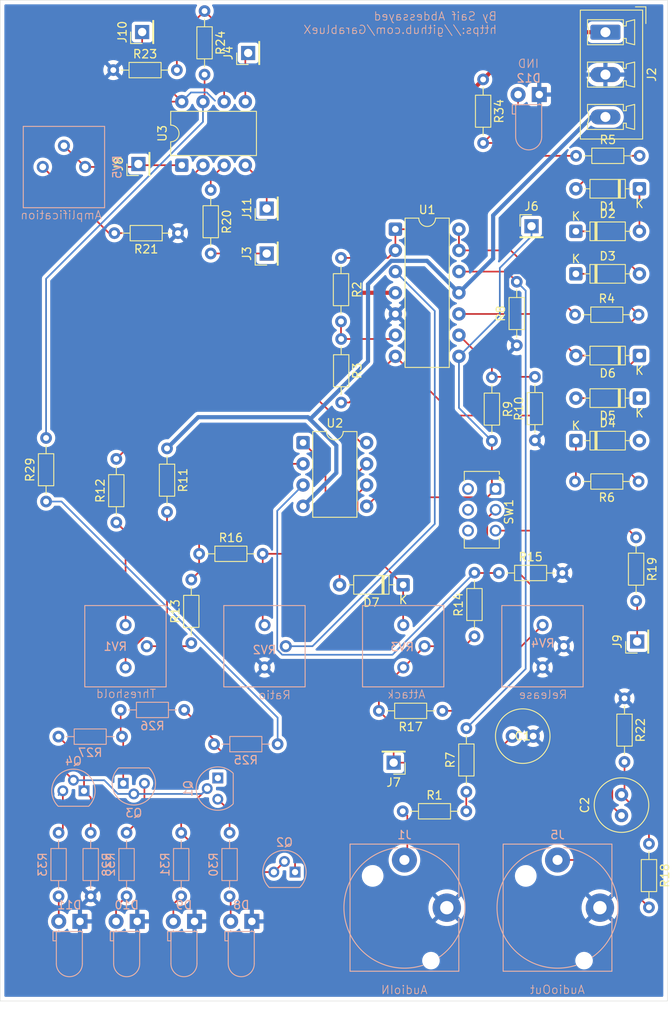
<source format=kicad_pcb>
(kicad_pcb (version 20241229) (generator "pcbnew") (generator_version "9.0")
  (layers (0 "F.Cu" signal) (2 "B.Cu" signal) (13 "F.Paste" user) (15 "B.Paste" user) (5 "F.SilkS" user "F.Silkscreen") (7 "B.SilkS" user "B.Silkscreen") (1 "F.Mask" user) (3 "B.Mask" user) (25 "Edge.Cuts" user))
  (net 0 "")
  (net 1 "GND")
  (net 2 "PDOUT")
  (net 3 "Net-(SW1A-B)")
  (net 4 "Net-(C2-Pad2)")
  (net 5 "Net-(D1-K)")
  (net 6 "Net-(D1-A)")
  (net 7 "Net-(D2-K)")
  (net 8 "Net-(D3-K)")
  (net 9 "Net-(D4-K)")
  (net 10 "Net-(D4-A)")
  (net 11 "Net-(D5-A)")
  (net 12 "Net-(D7-K)")
  (net 13 "Net-(D7-A)")
  (net 14 "Net-(D8-A)")
  (net 15 "Net-(D9-A)")
  (net 16 "Net-(D10-A)")
  (net 17 "Net-(D11-A)")
  (net 18 "+12")
  (net 19 "-12")
  (net 20 "Net-(J3-Pin_1)")
  (net 21 "Net-(J4-Pin_1)")
  (net 22 "Net-(Q1-B)")
  (net 23 "Net-(Q1-E)")
  (net 24 "Net-(Q2-B)")
  (net 25 "Net-(J10-Pin_1)")
  (net 26 "Net-(Q3-B)")
  (net 27 "Net-(Q3-E)")
  (net 28 "Net-(Q4-B)")
  (net 29 "Net-(Q4-E)")
  (net 30 "Net-(R1-Pad2)")
  (net 31 "CVO+")
  (net 32 "Net-(U1B--)")
  (net 33 "CVO-")
  (net 34 "Net-(U1D--)")
  (net 35 "Net-(U1D-+)")
  (net 36 "CVOUT")
  (net 37 "Net-(U1C--)")
  (net 38 "Net-(R11-Pad2)")
  (net 39 "Net-(R12-Pad1)")
  (net 40 "Net-(R13-Pad1)")
  (net 41 "Net-(U2A--)")
  (net 42 "Net-(U2A-+)")
  (net 43 "Net-(R16-Pad2)")
  (net 44 "Net-(R17-Pad1)")
  (net 45 "Net-(J8-Pin_1)")
  (net 46 "Net-(SW1A-C)")
  (net 47 "Net-(U3A-+)")
  (net 48 "Net-(U3A--)")
  (net 49 "Net-(U3B--)")
  (net 50 "Net-(R24-Pad2)")
  (net 51 "COMPOUT")
  (net 52 "Net-(J5-PadT)")
  (net 53 "Net-(J1-PadT)")
  (net 54 "Net-(D12-A)")
  (net 55 "Net-(J9-Pin_1)")
  (net 56 "Net-(J11-Pin_1)")
  (footprint "Resistor_THT:R_Axial_DIN0204_L3.6mm_D1.6mm_P7.62mm_Horizontal" (layer "F.Cu") (at 203.92 82.62 90)
    (property "Reference" "R12")
    (property "Value" "50K")
  )
  (footprint "Resistor_THT:R_Axial_DIN0204_L3.6mm_D1.6mm_P7.62mm_Horizontal" (layer "F.Cu") (at 264.85 103.71 -90)
    (property "Reference" "R22")
    (property "Value" "100K")
  )
  (footprint "Resistor_THT:R_Axial_DIN0204_L3.6mm_D1.6mm_P7.62mm_Horizontal" (layer "F.Cu") (at 238.26 117.25)
    (property "Reference" "R1")
    (property "Value" "1K")
  )
  (footprint "Resistor_THT:R_Axial_DIN0204_L3.6mm_D1.6mm_P7.62mm_Horizontal" (layer "F.Cu") (at 259.04 38.66)
    (property "Reference" "R5")
    (property "Value" "100")
  )
  (footprint "Diode_THT:D_DO-35_SOD27_P7.62mm_Horizontal" (layer "F.Cu") (at 266.64 62.61 180)
    (property "Reference" "D6")
    (property "Value" "1N4148")
  )
  (footprint "Diode_THT:D_DO-35_SOD27_P7.62mm_Horizontal" (layer "F.Cu") (at 266.64 67.71 180)
    (property "Reference" "D5")
    (property "Value" "1N4148")
  )
  (footprint "Package_DIP:DIP-14_W7.62mm" (layer "F.Cu") (at 237.38 47.46)
    (property "Reference" "U1")
    (property "Value" "TL074")
  )
  (footprint "Connector_PinHeader_2.54mm:PinHeader_1x01_P2.54mm_Vertical" (layer "F.Cu") (at 266.37 96.9 90)
    (property "Reference" "J9")
    (property "Value" "AMPOUT/OUT")
  )
  (footprint "Resistor_THT:R_Axial_DIN0204_L3.6mm_D1.6mm_P7.62mm_Horizontal" (layer "F.Cu") (at 258.92 57.71)
    (property "Reference" "R4")
    (property "Value" "1K")
  )
  (footprint "Resistor_THT:R_Axial_DIN0204_L3.6mm_D1.6mm_P7.62mm_Horizontal" (layer "F.Cu") (at 215.24 42.75 -90)
    (property "Reference" "R20")
    (property "Value" "100K")
  )
  (footprint "Resistor_THT:R_Axial_DIN0204_L3.6mm_D1.6mm_P7.62mm_Horizontal" (layer "F.Cu") (at 213.85 86.38)
    (property "Reference" "R16")
    (property "Value" "100K")
  )
  (footprint "Resistor_THT:R_Axial_DIN0204_L3.6mm_D1.6mm_P7.62mm_Horizontal" (layer "F.Cu") (at 267.78 121.15 -90)
    (property "Reference" "R18")
    (property "Value" "1K")
  )
  (footprint "Resistor_THT:R_Axial_DIN0204_L3.6mm_D1.6mm_P7.62mm_Horizontal" (layer "F.Cu") (at 195.5 80.11 90)
    (property "Reference" "R29")
    (property "Value" "100")
  )
  (footprint "Connector_PinHeader_2.54mm:PinHeader_1x01_P2.54mm_Vertical" (layer "F.Cu") (at 206.57 39.64 90)
    (property "Reference" "J8")
    (property "Value" "AMPOUT")
  )
  (footprint "Connector_PinHeader_2.54mm:PinHeader_1x01_P2.54mm_Vertical" (layer "F.Cu") (at 207.02 23.815 90)
    (property "Reference" "J10")
    (property "Value" "-12Vss")
  )
  (footprint "Diode_THT:D_DO-35_SOD27_P7.62mm_Horizontal" (layer "F.Cu") (at 259.02 47.71)
    (property "Reference" "D2")
    (property "Value" "1N4148")
  )
  (footprint "Capacitor_THT:C_Radial_D6.3mm_H5.0mm_P2.50mm" (layer "F.Cu") (at 264.49 117.76 90)
    (property "Reference" "C2")
    (property "Value" "10u")
  )
  (footprint "Diode_THT:D_DO-35_SOD27_P7.62mm_Horizontal" (layer "F.Cu") (at 238.31 90.1 180)
    (property "Reference" "D7")
    (property "Value" "1N4148")
  )
  (footprint "Resistor_THT:R_Axial_DIN0204_L3.6mm_D1.6mm_P7.62mm_Horizontal" (layer "F.Cu") (at 230.88 60.62 -90)
    (property "Reference" "R3")
    (property "Value" "100K")
  )
  (footprint "Resistor_THT:R_Axial_DIN0204_L3.6mm_D1.6mm_P7.62mm_Horizontal" (layer "F.Cu") (at 254.11 72.78 90)
    (property "Reference" "R10")
    (property "Value" "10K")
  )
  (footprint "Diode_THT:D_DO-35_SOD27_P7.62mm_Horizontal" (layer "F.Cu") (at 259.02 72.81)
    (property "Reference" "D4")
    (property "Value" "1N4148")
  )
  (footprint "Package_DIP:DIP-8_W7.62mm" (layer "F.Cu") (at 226.31 73.05)
    (property "Reference" "U2")
    (property "Value" "TL072")
  )
  (footprint "Capacitor_THT:C_Radial_D6.3mm_H5.0mm_P2.50mm" (layer "F.Cu") (at 251.4 108.24)
    (property "Reference" "C1")
    (property "Value" "10u")
  )
  (footprint "Connector_Phoenix_MC_HighVoltage:PhoenixContact_MCV_1,5_3-G-5.08_1x03_P5.08mm_Vertical" (layer "F.Cu") (at 262.5625 23.8375 -90)
    (property "Reference" "J2")
    (property "Value" "Conn_01x03_Pin")
  )
  (footprint "Connector_PinHeader_2.54mm:PinHeader_1x01_P2.54mm_Vertical" (layer "F.Cu") (at 221.95 50.38 90)
    (property "Reference" "J3")
    (property "Value" "CVOUT(AMPIN)")
  )
  (footprint "Resistor_THT:R_Axial_DIN0204_L3.6mm_D1.6mm_P7.62mm_Horizontal" (layer "F.Cu") (at 266.24 84.41 -90)
    (property "Reference" "R19")
    (property "Value" "100K")
  )
  (footprint "Resistor_THT:R_Axial_DIN0204_L3.6mm_D1.6mm_P7.62mm_Horizontal" (layer "F.Cu") (at 214.5 21.3 -90)
    (property "Reference" "R24")
    (property "Value" "50K")
  )
  (footprint "Resistor_THT:R_Axial_DIN0204_L3.6mm_D1.6mm_P7.62mm_Horizontal" (layer "F.Cu") (at 245.89 114.91 90)
    (property "Reference" "R7")
    (property "Value" "100K")
  )
  (footprint "Button_Switch_THT:SW_CK_JS202011CQN_DPDT_Straight" (layer "F.Cu") (at 249.39 78.6 -90)
    (property "Reference" "SW1")
    (property "Value" "SW_DPDT_x2")
  )
  (footprint "Package_DIP:DIP-8_W7.62mm" (layer "F.Cu") (at 211.77 39.785 90)
    (property "Reference" "U3")
    (property "Value" "TL072")
  )
  (footprint "Diode_THT:D_DO-35_SOD27_P7.62mm_Horizontal" (layer "F.Cu") (at 266.64 42.61 180)
    (property "Reference" "D1")
    (property "Value" "1N4148")
  )
  (footprint "Resistor_THT:R_Axial_DIN0204_L3.6mm_D1.6mm_P7.62mm_Horizontal" (layer "F.Cu") (at 210 73.74 -90)
    (property "Reference" "R11")
    (property "Value" "100K")
  )
  (footprint "Connector_PinHeader_2.54mm:PinHeader_1x01_P2.54mm_Vertical" (layer "F.Cu") (at 221.95 44.98 90)
    (property "Reference" "J11")
    (property "Value" "-12ss")
  )
  (footprint "Connector_PinHeader_2.54mm:PinHeader_1x01_P2.54mm_Vertical" (layer "F.Cu") (at 253.7 47.1)
    (property "Reference" "J6")
    (property "Value" "CVOUT")
  )
  (footprint "Resistor_THT:R_Axial_DIN0204_L3.6mm_D1.6mm_P7.62mm_Horizontal" (layer "F.Cu") (at 251.93 61.38 90)
    (property "Reference" "R8")
    (property "Value" "10K")
  )
  (footprint "Resistor_THT:R_Axial_DIN0204_L3.6mm_D1.6mm_P7.62mm_Horizontal" (layer "F.Cu") (at 248.95 65.22 -90)
    (property "Reference" "R9")
    (property "Value" "100K")
  )
  (footprint "Diode_THT:D_DO-35_SOD27_P7.62mm_Horizontal" (layer "F.Cu") (at 259.02 52.81)
    (property "Reference" "D3")
    (property "Value" "1N4148")
  )
  (footprint "Resistor_THT:R_Axial_DIN0204_L3.6mm_D1.6mm_P7.62mm_Horizontal" (layer "F.Cu") (at 212.91 97.09 90)
    (property "Reference" "R13")
    (property "Value" "100K")
  )
  (footprint "Resistor_THT:R_Axial_DIN0204_L3.6mm_D1.6mm_P7.62mm_Horizontal" (layer "F.Cu") (at 246.86 96.27 90)
    (property "Reference" "R14")
    (property "Value" "100K")
  )
  (footprint "Resistor_THT:R_Axial_DIN0204_L3.6mm_D1.6mm_P7.62mm_Horizontal" (layer "F.Cu") (at 230.86 50.9 -90)
    (property "Reference" "R2")
    (property "Value" "100K")
  )
  (footprint "Resistor_THT:R_Axial_DIN0204_L3.6mm_D1.6mm_P7.62mm_Horizontal" (layer "F.Cu") (at 247.9 29.5 -90)
    (property "Reference" "R34")
    (property "Value" "4.7K")
  )
  (footprint "Resistor_THT:R_Axial_DIN0204_L3.6mm_D1.6mm_P7.62mm_Horizontal" (layer "F.Cu") (at 243.02 105.21 180)
    (property "Reference" "R17")
    (property "Value" "5K")
  )
  (footprint "Resistor_THT:R_Axial_DIN0204_L3.6mm_D1.6mm_P7.62mm_Horizontal" (layer "F.Cu") (at 266.54 77.71 180)
    (property "Reference" "R6")
    (property "Value" "100")
  )
  (footprint "Connector_PinHeader_2.54mm:PinHeader_1x01_P2.54mm_Vertical" (layer "F.Cu") (at 237.17 111.42 180)
    (property "Reference" "J7")
    (property "Value" "PDOUT")
  )
  (footprint "Connector_PinHeader_2.54mm:PinHeader_1x01_P2.54mm_Vertical" (layer "F.Cu") (at 219.73 26.33 90)
    (property "Reference" "J4")
    (property "Value" "PDOUT(IN)")
  )
  (footprint "Resistor_THT:R_Axial_DIN0204_L3.6mm_D1.6mm_P7.62mm_Horizontal" (layer "F.Cu") (at 249.78 88.68)
    (property "Reference" "R15")
    (property "Value" "100K")
  )
  (footprint "Resistor_THT:R_Axial_DIN0204_L3.6mm_D1.6mm_P7.62mm_Horizontal" (layer "F.Cu") (at 211.31 47.93 180)
    (property "Reference" "R21")
    (property "Value" "100K")
  )
  (footprint "Resistor_THT:R_Axial_DIN0204_L3.6mm_D1.6mm_P7.62mm_Horizontal" (layer "F.Cu") (at 203.56 28.38)
    (property "Reference" "R23")
    (property "Value" "5K")
  )
  (footprint "Resistor_THT:R_Axial_DIN0204_L3.6mm_D1.6mm_P7.62mm_Horizontal" (layer "B.Cu") (at 211.7 119.83 -90)
    (property "Reference" "R31")
    (property "Value" "4.7K")
  )
  (footprint "LED_THT:LED_D3.0mm_Horizontal_O1.27mm_Z2.0mm" (layer "B.Cu") (at 199.56 130.455 180)
    (property "Reference" "D11")
    (property "Value" "LED")
  )
  (footprint "Package_TO_SOT_THT:TO-92" (layer "B.Cu") (at 204.75 113.9)
    (property "Reference" "Q3")
    (property "Value" "Q_NPN_BCE")
  )
  (footprint "Potentiometer_THT:Potentiometer_Bourns_3386P_Vertical" (layer "B.Cu") (at 238.329285 94.92)
    (property "Reference" "RV3")
    (property "Value" "100K")
  )
  (footprint "Potentiometer_THT:Potentiometer_Bourns_3386P_Vertical" (layer "B.Cu") (at 255.03 94.92)
    (property "Reference" "RV4")
    (property "Value" "100K")
  )
  (footprint "Resistor_THT:R_Axial_DIN0204_L3.6mm_D1.6mm_P7.62mm_Horizontal" (layer "B.Cu") (at 200.85 127.45 90)
    (property "Reference" "R28")
    (property "Value" "400")
  )
  (footprint "Package_TO_SOT_THT:TO-92" (layer "B.Cu") (at 225.35 124.54 180)
    (property "Reference" "Q2")
    (property "Value" "Q_NPN_BCE")
  )
  (footprint "LED_THT:LED_D3.0mm_Horizontal_O1.27mm_Z2.0mm" (layer "B.Cu") (at 206.43 130.455 180)
    (property "Reference" "D10")
    (property "Value" "LED")
  )
  (footprint "Resistor_THT:R_Axial_DIN0204_L3.6mm_D1.6mm_P7.62mm_Horizontal" (layer "B.Cu") (at 204.44 105.1)
    (property "Reference" "R26")
    (property "Value" "100")
  )
  (footprint "Connector_Audio:Jack_6.35mm_Neutrik_NJ2FD-V_Vertical" (layer "B.Cu") (at 256.82 123.09 180)
    (property "Reference" "J5")
    (property "Value" "AudioOut")
  )
  (footprint "LED_THT:LED_D3.0mm_Horizontal_O1.27mm_Z2.0mm" (layer "B.Cu") (at 220.17 130.455 180)
    (property "Reference" "D8")
    (property "Value" "LED")
  )
  (footprint "Resistor_THT:R_Axial_DIN0204_L3.6mm_D1.6mm_P7.62mm_Horizontal" (layer "B.Cu") (at 205.15 119.83 -90)
    (property "Reference" "R32")
    (property "Value" "4.7K")
  )
  (footprint "Potentiometer_THT:Potentiometer_Bourns_3386P_Vertical" (layer "B.Cu") (at 195.1 39.99 90)
    (property "Reference" "RV5")
    (property "Value" "100K")
  )
  (footprint "Resistor_THT:R_Axial_DIN0204_L3.6mm_D1.6mm_P7.62mm_Horizontal" (layer "B.Cu") (at 217.5 119.83 -90)
    (property "Reference" "R30")
    (property "Value" "4.7K")
  )
  (footprint "Package_TO_SOT_THT:TO-92" (layer "B.Cu") (at 216.09 113.26 -90)
    (property "Reference" "Q1")
    (property "Value" "Q_NPN_BCE")
  )
  (footprint "Resistor_THT:R_Axial_DIN0204_L3.6mm_D1.6mm_P7.62mm_Horizontal" (layer "B.Cu") (at 196.98 108.3)
    (property "Reference" "R27")
    (property "Value" "100")
  )
  (footprint "Resistor_THT:R_Axial_DIN0204_L3.6mm_D1.6mm_P7.62mm_Horizontal" (layer "B.Cu") (at 197 119.83 -90)
    (property "Reference" "R33")
    (property "Value" "4.7K")
  )
  (footprint "Potentiometer_THT:Potentiometer_Bourns_3386P_Vertical" (layer "B.Cu") (at 221.696667 94.92)
    (property "Reference" "RV2")
    (property "Value" "100K")
  )
  (footprint "LED_THT:LED_D3.0mm_Horizontal_O1.27mm_Z2.0mm" (layer "B.Cu") (at 213.3 130.455 180)
    (property "Reference" "D9")
    (property "Value" "LED")
  )
  (footprint "Resistor_THT:R_Axial_DIN0204_L3.6mm_D1.6mm_P7.62mm_Horizontal" (layer "B.Cu") (at 215.64 109.2)
    (property "Reference" "R25")
    (property "Value" "100")
  )
  (footprint "Potentiometer_THT:Potentiometer_Bourns_3386P_Vertical" (layer "B.Cu") (at 205.03 94.92)
    (property "Reference" "RV1")
    (property "Value" "100K")
  )
  (footprint "Connector_Audio:Jack_6.35mm_Neutrik_NJ2FD-V_Vertical" (layer "B.Cu") (at 238.464286 123.09 180)
    (property "Reference" "J1")
    (property "Value" "AudioIn")
  )
  (footprint "Package_TO_SOT_THT:TO-92" (layer "B.Cu") (at 200.05 114.8 180)
    (property "Reference" "Q4")
    (property "Value" "Q_NPN_BCE")
  )
  (footprint "LED_THT:LED_D3.0mm_Horizontal_O1.27mm_Z2.0mm" (layer "B.Cu") (at 254.63 31.315 180)
    (property "Reference" "D12")
    (property "Value" "LED")
  )
  (gr_rect (start 190 20) (end 270 140) (stroke (width 0.05)) (fill no) (layer "Edge.Cuts"))
  (gr_text "Release\n" (at 258.05 103.85 0) (layer "B.SilkS") (effects (font (size 1 1) (thickness 0.1)) (justify left bottom mirror)))
  (gr_text "AudioOut\n\n\n" (at 260.155715 142.45 0) (layer "B.SilkS") (effects (font (size 1 1) (thickness 0.1)) (justify left bottom mirror)))
  (gr_text "Ratio\n" (at 224.9 103.9 0) (layer "B.SilkS") (effects (font (size 1 1) (thickness 0.1)) (justify left bottom mirror)))
  (gr_text "Threshold\n" (at 208.75 103.75 0) (layer "B.SilkS") (effects (font (size 1 1) (thickness 0.1)) (justify left bottom mirror)))
  (gr_text "By Saif Abdessayed\nhttps://github.com/GarablueX" (at 249.61 24.12 0) (layer "B.SilkS") (effects (font (size 1 1) (thickness 0.1)) (justify left bottom mirror)))
  (gr_text "Amplification\n" (at 202.25 46.35 0) (layer "B.SilkS") (effects (font (size 1 1) (thickness 0.1)) (justify left bottom mirror)))
  (gr_text "AudioIN\n" (at 241.3 139.25 -0) (layer "B.SilkS") (effects (font (size 1 1) (thickness 0.1)) (justify left bottom mirror)))
  (gr_text "IND\n" (at 254.65 28.19 0) (layer "B.SilkS") (effects (font (size 1 1) (thickness 0.1)) (justify left bottom mirror)))
  (gr_text "Attack\n" (at 241.05 103.81 0) (layer "B.SilkS") (effects (font (size 1 1) (thickness 0.1)) (justify left bottom mirror)))
  (segment (start 250.929 60.379) (end 250.929 53.345372) (width 0.2) (layer "B.Cu") (net 1))
  (segment (start 251.515372 52.759) (end 252.344628 52.759) (width 0.2) (layer "B.Cu") (net 1))
  (segment (start 255.111 55.525372) (end 255.111 71.779) (width 0.2) (layer "B.Cu") (net 1))
  (segment (start 250.929 53.345372) (end 251.515372 52.759) (width 0.2) (layer "B.Cu") (net 1))
  (segment (start 255.111 71.779) (end 254.11 72.78) (width 0.2) (layer "B.Cu") (net 1))
  (segment (start 251.93 61.38) (end 250.929 60.379) (width 0.2) (layer "B.Cu") (net 1))
  (segment (start 252.344628 52.759) (end 255.111 55.525372) (width 0.2) (layer "B.Cu") (net 1))
  (segment (start 235.4 105.21) (end 235.4 102.963333) (width 0.2) (layer "F.Cu") (net 2))
  (segment (start 235.4 102.963333) (end 238.363333 100) (width 0.2) (layer "F.Cu") (net 2))
  (segment (start 237.17 106.98) (end 235.4 105.21) (width 0.2) (layer "F.Cu") (net 2))
  (segment (start 237.17 111.42) (end 237.17 106.98) (width 0.2) (layer "F.Cu") (net 2))
  (segment (start 245.67 97.46) (end 246.86 96.27) (width 0.2) (layer "F.Cu") (net 2))
  (segment (start 238.363333 100) (end 240.903333 97.46) (width 0.2) (layer "F.Cu") (net 2))
  (segment (start 240.903333 97.46) (end 245.67 97.46) (width 0.2) (layer "F.Cu") (net 2))
  (segment (start 248.22 111.42) (end 237.17 111.42) (width 0.2) (layer "F.Cu") (net 2))
  (segment (start 251.4 108.24) (end 248.22 111.42) (width 0.2) (layer "F.Cu") (net 2))
  (segment (start 264.49 117.76) (end 263.389 116.659) (width 0.2) (layer "F.Cu") (net 3))
  (segment (start 263.389 116.659) (end 263.389 99.869) (width 0.2) (layer "F.Cu") (net 3))
  (segment (start 248.389 82.101) (end 249.39 81.1) (width 0.2) (layer "F.Cu") (net 3))
  (segment (start 248.389 84.869) (end 248.389 82.101) (width 0.2) (layer "F.Cu") (net 3))
  (segment (start 263.389 99.869) (end 248.389 84.869) (width 0.2) (layer "F.Cu") (net 3))
  (segment (start 264.85 114.9) (end 264.49 115.26) (width 0.2) (layer "F.Cu") (net 4))
  (segment (start 267.78 121.15) (end 267.78 118.55) (width 0.2) (layer "F.Cu") (net 4))
  (segment (start 267.78 118.55) (end 264.49 115.26) (width 0.2) (layer "F.Cu") (net 4))
  (segment (start 264.85 111.33) (end 264.85 114.9) (width 0.2) (layer "F.Cu") (net 4))
  (segment (start 266.64 42.61) (end 266.64 47.71) (width 0.2) (layer "F.Cu") (net 5))
  (segment (start 266.66 38.66) (end 262.97 38.66) (width 0.2) (layer "F.Cu") (net 6))
  (segment (start 262.97 38.66) (end 259.02 42.61) (width 0.2) (layer "F.Cu") (net 6))
  (segment (start 259.02 47.71) (end 261.54 47.71) (width 0.2) (layer "F.Cu") (net 7))
  (segment (start 261.54 47.71) (end 266.64 52.81) (width 0.2) (layer "F.Cu") (net 7))
  (segment (start 259.02 62.61) (end 261.64 62.61) (width 0.2) (layer "F.Cu") (net 8))
  (segment (start 261.64 52.81) (end 266.54 57.71) (width 0.2) (layer "F.Cu") (net 8))
  (segment (start 259.02 52.81) (end 261.64 52.81) (width 0.2) (layer "F.Cu") (net 8))
  (segment (start 254.03 57.62) (end 259.02 62.61) (width 0.2) (layer "F.Cu") (net 8))
  (segment (start 261.64 62.61) (end 266.54 57.71) (width 0.2) (layer "F.Cu") (net 8))
  (segment (start 245 57.62) (end 254.03 57.62) (width 0.2) (layer "F.Cu") (net 8))
  (segment (start 259.02 77.61) (end 258.92 77.71) (width 0.2) (layer "F.Cu") (net 9))
  (segment (start 259.02 72.81) (end 259.02 77.61) (width 0.2) (layer "F.Cu") (net 9))
  (segment (start 259.02 67.71) (end 261.54 67.71) (width 0.2) (layer "F.Cu") (net 11))
  (segment (start 261.54 67.71) (end 266.64 62.61) (width 0.2) (layer "F.Cu") (net 11))
  (segment (start 237.62 90) (end 237.62 89.62) (width 0.2) (layer "F.Cu") (net 12))
  (segment (start 232.829 84.619) (end 238.31 90.1) (width 0.2) (layer "F.Cu") (net 12))
  (segment (start 238.31 90.1) (end 238.31 94.866667) (width 0.2) (layer "F.Cu") (net 12))
  (segment (start 232.829 79.231) (end 232.829 84.619) (width 0.2) (layer "F.Cu") (net 12))
  (segment (start 233.93 78.13) (end 232.829 79.231) (width 0.2) (layer "F.Cu") (net 12))
  (segment (start 238.31 94.866667) (end 238.363333 94.92) (width 0.2) (layer "F.Cu") (net 12))
  (segment (start 230.69 90.1) (end 230.69 78.83) (width 0.2) (layer "F.Cu") (net 13))
  (segment (start 230.69 78.83) (end 233.93 75.59) (width 0.2) (layer "F.Cu") (net 13))
  (segment (start 217.63 130.455) (end 217.63 127.58) (width 0.2) (layer "F.Cu") (net 14))
  (segment (start 217.63 127.58) (end 217.5 127.45) (width 0.2) (layer "F.Cu") (net 14))
  (segment (start 217.5 130.325) (end 217.63 130.455) (width 0.2) (layer "B.Cu") (net 14))
  (segment (start 210.76 130.455) (end 210.76 128.39) (width 0.2) (layer "F.Cu") (net 15))
  (segment (start 210.76 128.39) (end 211.7 127.45) (width 0.2) (layer "F.Cu") (net 15))
  (segment (start 203.89 128.71) (end 205.15 127.45) (width 0.2) (layer "F.Cu") (net 16))
  (segment (start 203.89 130.455) (end 203.89 128.71) (width 0.2) (layer "F.Cu") (net 16))
  (segment (start 197.02 130.455) (end 197.02 127.47) (width 0.2) (layer "F.Cu") (net 17))
  (segment (start 197.02 127.47) (end 197 127.45) (width 0.2) (layer "F.Cu") (net 17))
  (segment (start 197 130.435) (end 197.02 130.455) (width 0.2) (layer "B.Cu") (net 17))
  (segment (start 221.15 57.15) (end 223.22 55.08) (width 0.2) (layer "F.Cu") (net 18))
  (segment (start 221 57.3) (end 221.15 57.15) (width 0.2) (layer "F.Cu") (net 18))
  (segment (start 233.25 73.05) (end 221 60.8) (width 0.2) (layer "F.Cu") (net 18))
  (segment (start 253.5625 23.8375) (end 247.9 29.5) (width 0.5) (layer "F.Cu") (net 18))
  (segment (start 221 60.8) (end 221 57.3) (width 0.2) (layer "F.Cu") (net 18))
  (segment (start 221.15 57.77) (end 221.15 57.15) (width 0.2) (layer "F.Cu") (net 18))
  (segment (start 233.93 73.05) (end 233.25 73.05) (width 0.2) (layer "F.Cu") (net 18))
  (segment (start 228.2 49.2) (end 228.2 55.3) (width 0.5) (layer "F.Cu") (net 18))
  (segment (start 247.9 29.5) (end 228.2 49.2) (width 0.5) (layer "F.Cu") (net 18))
  (segment (start 223.22 55.08) (end 237.38 55.08) (width 0.5) (layer "F.Cu") (net 18))
  (segment (start 203.92 75) (end 221.15 57.77) (width 0.2) (layer "F.Cu") (net 18))
  (segment (start 262.5625 23.8375) (end 253.5625 23.8375) (width 0.5) (layer "F.Cu") (net 18))
  (segment (start 260.9025 33.9975) (end 262.5625 33.9975) (width 0.5) (layer "B.Cu") (net 19))
  (segment (start 227.15 70.25) (end 230.3 73.4) (width 0.5) (layer "B.Cu") (net 19))
  (segment (start 210 73.74) (end 213.74 70) (width 0.5) (layer "B.Cu") (net 19))
  (segment (start 230.3 76.68) (end 226.31 80.67) (width 0.5) (layer "B.Cu") (net 19))
  (segment (start 234.1 54.050818) (end 236.899818 51.251) (width 0.5) (layer "B.Cu") (net 19))
  (segment (start 236.899818 51.251) (end 241.171 51.251) (width 0.5) (layer "B.Cu") (net 19))
  (segment (start 234.1 63.3) (end 234.1 54.050818) (width 0.5) (layer "B.Cu") (net 19))
  (segment (start 213.74 70) (end 226.9 70) (width 0.5) (layer "B.Cu") (net 19))
  (segment (start 230.3 73.4) (end 230.3 76.68) (width 0.5) (layer "B.Cu") (net 19))
  (segment (start 249.1 45.8) (end 260.9025 33.9975) (width 0.5) (layer "B.Cu") (net 19))
  (segment (start 226.9 70) (end 227.15 70.25) (width 0.5) (layer "B.Cu") (net 19))
  (segment (start 249.1 45.8) (end 249.1 50.98) (width 0.5) (layer "B.Cu") (net 19))
  (segment (start 227.15 70.25) (end 234.1 63.3) (width 0.5) (layer "B.Cu") (net 19))
  (segment (start 241.171 51.251) (end 245 55.08) (width 0.5) (layer "B.Cu") (net 19))
  (segment (start 249.1 50.98) (end 245 55.08) (width 0.5) (layer "B.Cu") (net 19))
  (segment (start 215.24 50.37) (end 221.94 50.37) (width 0.2) (layer "F.Cu") (net 20))
  (segment (start 221.94 50.37) (end 221.95 50.38) (width 0.2) (layer "F.Cu") (net 20))
  (segment (start 219.39 26.67) (end 219.73 26.33) (width 0.2) (layer "F.Cu") (net 21))
  (segment (start 219.39 32.165) (end 219.39 26.67) (width 0.2) (layer "F.Cu") (net 21))
  (segment (start 195.49 80.12) (end 195.5 80.11) (width 0.2) (layer "F.Cu") (net 22))
  (segment (start 197.345628 80.11) (end 223.26 106.024372) (width 0.2) (layer "B.Cu") (net 22))
  (segment (start 223.26 106.024372) (end 223.26 109.2) (width 0.2) (layer "B.Cu") (net 22))
  (segment (start 195.5 80.11) (end 197.345628 80.11) (width 0.2) (layer "B.Cu") (net 22))
  (segment (start 217.5 117.21) (end 216.09 115.8) (width 0.2) (layer "F.Cu") (net 23))
  (segment (start 217.5 119.83) (end 217.5 117.21) (width 0.2) (layer "F.Cu") (net 23))
  (segment (start 225.35 118.91) (end 225.35 124.54) (width 0.2) (layer "F.Cu") (net 24))
  (segment (start 212.06 105.1) (end 215.64 108.68) (width 0.2) (layer "F.Cu") (net 24))
  (segment (start 215.64 108.68) (end 215.64 109.2) (width 0.2) (layer "F.Cu") (net 24))
  (segment (start 215.64 109.2) (end 225.35 118.91) (width 0.2) (layer "F.Cu") (net 24))
  (segment (start 191.6 32.35) (end 191.785 32.165) (width 0.2) (layer "F.Cu") (net 25))
  (segment (start 222.81 124.54) (end 224.08 123.27) (width 0.2) (layer "F.Cu") (net 25))
  (segment (start 222.81 124.54) (end 216.41 124.54) (width 0.2) (layer "F.Cu") (net 25))
  (segment (start 211.7 119.83) (end 211.7 117.65) (width 0.2) (layer "F.Cu") (net 25))
  (segment (start 216.41 124.54) (end 211.7 119.83) (width 0.2) (layer "F.Cu") (net 25))
  (segment (start 211.7 117.65) (end 214.82 114.53) (width 0.2) (layer "F.Cu") (net 25))
  (segment (start 207.02 27.415) (end 211.77 32.165) (width 0.2) (layer "F.Cu") (net 25))
  (segment (start 191.785 32.165) (end 211.77 32.165) (width 0.2) (layer "F.Cu") (net 25))
  (segment (start 191.6 106.35) (end 191.6 32.35) (width 0.2) (layer "F.Cu") (net 25))
  (segment (start 198.78 113.53) (end 191.6 106.35) (width 0.2) (layer "F.Cu") (net 25))
  (segment (start 207.02 23.815) (end 207.02 27.415) (width 0.2) (layer "F.Cu") (net 25))
  (segment (start 202.478 113.53) (end 198.78 113.53) (width 0.2) (layer "B.Cu") (net 25))
  (segment (start 214.18 115.17) (end 214.82 114.53) (width 0.2) (layer "B.Cu") (net 25))
  (segment (start 212.871 31.064) (end 214.76605 31.064) (width 0.2) (layer "B.Cu") (net 25))
  (segment (start 206.02 115.17) (end 214.18 115.17) (width 0.2) (layer "B.Cu") (net 25))
  (segment (start 214.76605 31.064) (end 215.749 32.04695) (width 0.2) (layer "B.Cu") (net 25))
  (segment (start 204.118 115.17) (end 202.478 113.53) (width 0.2) (layer "B.Cu") (net 25))
  (segment (start 206.02 115.17) (end 204.118 115.17) (width 0.2) (layer "B.Cu") (net 25))
  (segment (start 211.77 32.165) (end 212.871 31.064) (width 0.2) (layer "B.Cu") (net 25))
  (segment (start 204.44 105.1) (end 204.44 108.14) (width 0.2) (layer "F.Cu") (net 26))
  (segment (start 204.75 108.45) (end 204.6 108.3) (width 0.2) (layer "F.Cu") (net 26))
  (segment (start 204.44 108.14) (end 204.6 108.3) (width 0.2) (layer "F.Cu") (net 26))
  (segment (start 204.75 113.9) (end 204.75 108.45) (width 0.2) (layer "F.Cu") (net 26))
  (segment (start 204.44 108.14) (end 204.6 108.3) (width 0.2) (layer "B.Cu") (net 26))
  (segment (start 205.15 119.83) (end 207.29 117.69) (width 0.2) (layer "F.Cu") (net 27))
  (segment (start 207.29 117.69) (end 207.29 113.9) (width 0.2) (layer "F.Cu") (net 27))
  (segment (start 196.98 108.3) (end 200.05 111.37) (width 0.2) (layer "F.Cu") (net 28))
  (segment (start 200.85 115.6) (end 200.05 114.8) (width 0.2) (layer "F.Cu") (net 28))
  (segment (start 200.85 119.83) (end 200.85 115.6) (width 0.2) (layer "F.Cu") (net 28))
  (segment (start 200.05 111.37) (end 200.05 114.8) (width 0.2) (layer "F.Cu") (net 28))
  (segment (start 197.51 119.32) (end 197 119.83) (width 0.2) (layer "F.Cu") (net 29))
  (segment (start 197.51 114.8) (end 197.51 119.32) (width 0.2) (layer "F.Cu") (net 29))
  (segment (start 197 115.31) (end 197.51 114.8) (width 0.2) (layer "B.Cu") (net 29))
  (segment (start 245.88 117.25) (end 245.88 114.92) (width 0.2) (layer "F.Cu") (net 30))
  (segment (start 245.88 114.92) (end 245.89 114.91) (width 0.2) (layer "F.Cu") (net 30))
  (segment (start 241.04 47.46) (end 237.38 47.46) (width 0.2) (layer "F.Cu") (net 31))
  (segment (start 230.86 50.9) (end 236.48 50.9) (width 0.2) (layer "F.Cu") (net 31))
  (segment (start 259.04 38.66) (end 249.84 38.66) (width 0.2) (layer "F.Cu") (net 31))
  (segment (start 236.48 50.9) (end 237.38 50) (width 0.2) (layer "F.Cu") (net 31))
  (segment (start 237.38 47.46) (end 237.38 50) (width 0.2) (layer "F.Cu") (net 31))
  (segment (start 249.84 38.66) (end 241.04 47.46) (width 0.2) (layer "F.Cu") (net 31))
  (segment (start 230.86 58.52) (end 230.86 60.6) (width 0.2) (layer "F.Cu") (net 32))
  (segment (start 230.86 60.6) (end 230.88 60.62) (width 0.2) (layer "F.Cu") (net 32))
  (segment (start 230.88 60.62) (end 236.92 60.62) (width 0.2) (layer "F.Cu") (net 32))
  (segment (start 236.92 60.62) (end 237.38 60.16) (width 0.2) (layer "F.Cu") (net 32))
  (segment (start 237.38 62.7) (end 231.84 68.24) (width 0.2) (layer "F.Cu") (net 33))
  (segment (start 258.63 69.8) (end 244.48 69.8) (width 0.2) (layer "F.Cu") (net 33))
  (segment (start 244.48 69.8) (end 237.38 62.7) (width 0.2) (layer "F.Cu") (net 33))
  (segment (start 231.84 68.24) (end 230.88 68.24) (width 0.2) (layer "F.Cu") (net 33))
  (segment (start 266.54 77.71) (end 258.63 69.8) (width 0.2) (layer "F.Cu") (net 33))
  (segment (start 245 47.46) (end 245 50) (width 0.2) (layer "F.Cu") (net 34))
  (segment (start 245 50) (end 251.21 50) (width 0.2) (layer "F.Cu") (net 34))
  (segment (start 251.21 50) (end 258.92 57.71) (width 0.2) (layer "F.Cu") (net 34))
  (segment (start 250.71 52.54) (end 245 52.54) (width 0.2) (layer "F.Cu") (net 35))
  (segment (start 251.93 53.76) (end 250.71 52.54) (width 0.2) (layer "F.Cu") (net 35))
  (segment (start 253 100.18) (end 253 54.83) (width 0.2) (layer "B.Cu") (net 35))
  (segment (start 253 54.83) (end 251.93 53.76) (width 0.2) (layer "B.Cu") (net 35))
  (segment (start 245.89 107.29) (end 253 100.18) (width 0.2) (layer "B.Cu") (net 35))
  (segment (start 248.95 78.16) (end 249.39 78.6) (width 0.2) (layer "F.Cu") (net 36))
  (segment (start 234.999 79.601) (end 248.389 79.601) (width 0.2) (layer "F.Cu") (net 36))
  (segment (start 233.93 80.67) (end 234.999 79.601) (width 0.2) (layer "F.Cu") (net 36))
  (segment (start 248.95 72.84) (end 248.95 78.16) (width 0.2) (layer "F.Cu") (net 36))
  (segment (start 248.389 79.601) (end 249.39 78.6) (width 0.2) (layer "F.Cu") (net 36))
  (segment (start 249.9 52.1) (end 249.9 57.8) (width 0.2) (layer "B.Cu") (net 36))
  (segment (start 249.9 57.8) (end 245 62.7) (width 0.2) (layer "B.Cu") (net 36))
  (segment (start 245 62.7) (end 245 68.89) (width 0.2) (layer "B.Cu") (net 36))
  (segment (start 253.7 48.3) (end 249.9 52.1) (width 0.2) (layer "B.Cu") (net 36))
  (segment (start 253.7 47.1) (end 253.7 48.3) (width 0.2) (layer "B.Cu") (net 36))
  (segment (start 245 68.89) (end 248.95 72.84) (width 0.2) (layer "B.Cu") (net 36))
  (segment (start 254.11 65.16) (end 249.01 65.16) (width 0.2) (layer "F.Cu") (net 37))
  (segment (start 249.01 65.16) (end 248.95 65.22) (width 0.2) (layer "F.Cu") (net 37))
  (segment (start 248.95 64.11) (end 245 60.16) (width 0.2) (layer "F.Cu") (net 37))
  (segment (start 248.95 65.22) (end 248.95 64.11) (width 0.2) (layer "F.Cu") (net 37))
  (segment (start 210 93.586087) (end 210 81.36) (width 0.2) (layer "F.Cu") (net 38))
  (segment (start 205.03 98.556087) (end 210 93.586087) (width 0.2) (layer "F.Cu") (net 38))
  (segment (start 205.03 100) (end 205.03 98.556087) (width 0.2) (layer "F.Cu") (net 38))
  (segment (start 205.03 83.73) (end 203.92 82.62) (width 0.2) (layer "F.Cu") (net 39))
  (segment (start 205.03 94.92) (end 205.03 83.73) (width 0.2) (layer "F.Cu") (net 39))
  (segment (start 207.57 97.46) (end 212.54 97.46) (width 0.2) (layer "F.Cu") (net 40))
  (segment (start 212.54 97.46) (end 212.91 97.09) (width 0.2) (layer "F.Cu") (net 40))
  (segment (start 213.85 88.53) (end 213.85 86.38) (width 0.2) (layer "F.Cu") (net 41))
  (segment (start 212.91 89.47) (end 213.85 88.53) (width 0.2) (layer "F.Cu") (net 41))
  (segment (start 226.31 75.59) (end 219.11 75.59) (width 0.2) (layer "F.Cu") (net 41))
  (segment (start 219.11 75.59) (end 213.85 80.85) (width 0.2) (layer "F.Cu") (net 41))
  (segment (start 213.85 80.85) (end 213.85 86.38) (width 0.2) (layer "F.Cu") (net 41))
  (segment (start 246.86 88.65) (end 246.95 88.65) (width 0.2) (layer "F.Cu") (net 42))
  (segment (start 246.98 88.68) (end 249.78 88.68) (width 0.2) (layer "F.Cu") (net 42))
  (segment (start 246.95 88.65) (end 246.98 88.68) (width 0.2) (layer "F.Cu") (net 42))
  (segment (start 246.86 88.65) (end 237.029 98.481) (width 0.2) (layer "B.Cu") (net 42))
  (segment (start 223.813754 98.481) (end 223.215667 97.882913) (width 0.2) (layer "B.Cu") (net 42))
  (segment (start 223.215667 97.882913) (end 223.215667 81.224333) (width 0.2) (layer "B.Cu") (net 42))
  (segment (start 237.029 98.481) (end 223.813754 98.481) (width 0.2) (layer "B.Cu") (net 42))
  (segment (start 223.215667 81.224333) (end 226.31 78.13) (width 0.2) (layer "B.Cu") (net 42))
  (segment (start 229 75.74) (end 226.31 73.05) (width 0.2) (layer "F.Cu") (net 43))
  (segment (start 229 81.7) (end 229 75.74) (width 0.2) (layer "F.Cu") (net 43))
  (segment (start 221.47 86.38) (end 221.47 94.693333) (width 0.2) (layer "F.Cu") (net 43))
  (segment (start 224.32 86.38) (end 229 81.7) (width 0.2) (layer "F.Cu") (net 43))
  (segment (start 221.47 94.693333) (end 221.696667 94.92) (width 0.2) (layer "F.Cu") (net 43))
  (segment (start 221.47 86.38) (end 224.32 86.38) (width 0.2) (layer "F.Cu") (net 43))
  (segment (start 244.74 105.21) (end 255.03 94.92) (width 0.2) (layer "F.Cu") (net 44))
  (segment (start 243.02 105.21) (end 244.74 105.21) (width 0.2) (layer "F.Cu") (net 44))
  (segment (start 206.22 39.99) (end 206.57 39.64) (width 0.2) (layer "F.Cu") (net 45))
  (segment (start 200.18 39.99) (end 206.22 39.99) (width 0.2) (layer "F.Cu") (net 45))
  (segment (start 206.715 39.785) (end 206.57 39.64) (width 0.2) (layer "F.Cu") (net 45))
  (segment (start 211.77 39.785) (end 206.715 39.785) (width 0.2) (layer "F.Cu") (net 45))
  (segment (start 197.64 37.45) (end 200.18 39.99) (width 0.2) (layer "F.Cu") (net 45))
  (segment (start 249.39 83.6) (end 265.43 83.6) (width 0.2) (layer "F.Cu") (net 46))
  (segment (start 265.43 83.6) (end 266.24 84.41) (width 0.2) (layer "F.Cu") (net 46))
  (segment (start 215.24 41.395) (end 216.85 39.785) (width 0.2) (layer "F.Cu") (net 47))
  (segment (start 215.24 42.75) (end 215.24 41.395) (width 0.2) (layer "F.Cu") (net 47))
  (segment (start 206.165 47.93) (end 203.69 47.93) (width 0.2) (layer "F.Cu") (net 48))
  (segment (start 214.31 39.785) (end 206.165 47.93) (width 0.2) (layer "F.Cu") (net 48))
  (segment (start 203.69 47.93) (end 203.04 47.93) (width 0.2) (layer "F.Cu") (net 48))
  (segment (start 203.04 47.93) (end 195.1 39.99) (width 0.2) (layer "F.Cu") (net 48))
  (segment (start 216.85 23.65) (end 214.5 21.3) (width 0.2) (layer "F.Cu") (net 49))
  (segment (start 211.18 28.38) (end 211.18 24.62) (width 0.2) (layer "F.Cu") (net 49))
  (segment (start 211.18 24.62) (end 214.5 21.3) (width 0.2) (layer "F.Cu") (net 49))
  (segment (start 216.85 32.165) (end 216.85 23.65) (width 0.2) (layer "F.Cu") (net 49))
  (segment (start 214.5 28.92) (end 214.5 31.975) (width 0.2) (layer "F.Cu") (net 50))
  (segment (start 214.5 31.975) (end 214.31 32.165) (width 0.2) (layer "F.Cu") (net 50))
  (segment (start 214.31 34.59) (end 195.5 53.4) (width 0.2) (layer "B.Cu") (net 50))
  (segment (start 214.31 32.165) (end 214.31 34.59) (width 0.2) (layer "B.Cu") (net 50))
  (segment (start 195.5 53.4) (end 195.5 72.49) (width 0.2) (layer "B.Cu") (net 50))
  (segment (start 237.38 52.54) (end 242.1 57.26) (width 0.2) (layer "B.Cu") (net 51))
  (segment (start 227.44 97.46) (end 224.236667 97.46) (width 0.2) (layer "B.Cu") (net 51))
  (segment (start 242.1 57.26) (end 242.1 82.8) (width 0.2) (layer "B.Cu") (net 51))
  (segment (start 242.1 82.8) (end 227.44 97.46) (width 0.2) (layer "B.Cu") (net 51))
  (segment (start 262.1 123.09) (end 267.78 128.77) (width 0.2) (layer "F.Cu") (net 52))
  (segment (start 256.82 123.09) (end 262.1 123.09) (width 0.2) (layer "F.Cu") (net 52))
  (segment (start 238.81 117.8) (end 238.26 117.25) (width 0.2) (layer "F.Cu") (net 53))
  (segment (start 238.81 123.09) (end 238.81 117.8) (width 0.2) (layer "F.Cu") (net 53))
  (segment (start 252.09 31.315) (end 252.09 32.93) (width 0.2) (layer "F.Cu") (net 54))
  (segment (start 252.09 32.93) (end 247.9 37.12) (width 0.2) (layer "F.Cu") (net 54))
  (segment (start 248.915 37.12) (end 247.9 37.12) (width 0.2) (layer "F.Cu") (net 54))
  (segment (start 266.37 96.9) (end 266.37 92.16) (width 0.2) (layer "F.Cu") (net 55))
  (segment (start 266.37 92.16) (end 266.24 92.03) (width 0.2) (layer "F.Cu") (net 55))
  (segment (start 221.95 42.345) (end 219.39 39.785) (width 0.2) (layer "F.Cu") (net 56))
  (segment (start 221.95 44.98) (end 221.95 42.345) (width 0.2) (layer "F.Cu") (net 56))
  (zone (net 1) (net_name "GND") (layer "B.Cu") (priority 1) (connect_pads (clearance 0.4)) (min_thickness 0.25) (fill yes (thermal_gap 0.5) (thermal_bridge_width 0.5))
    (polygon (pts (xy 190.01 20.01) (xy 269.99 20) (xy 270 140) (xy 190 140)))
  )
)
</source>
